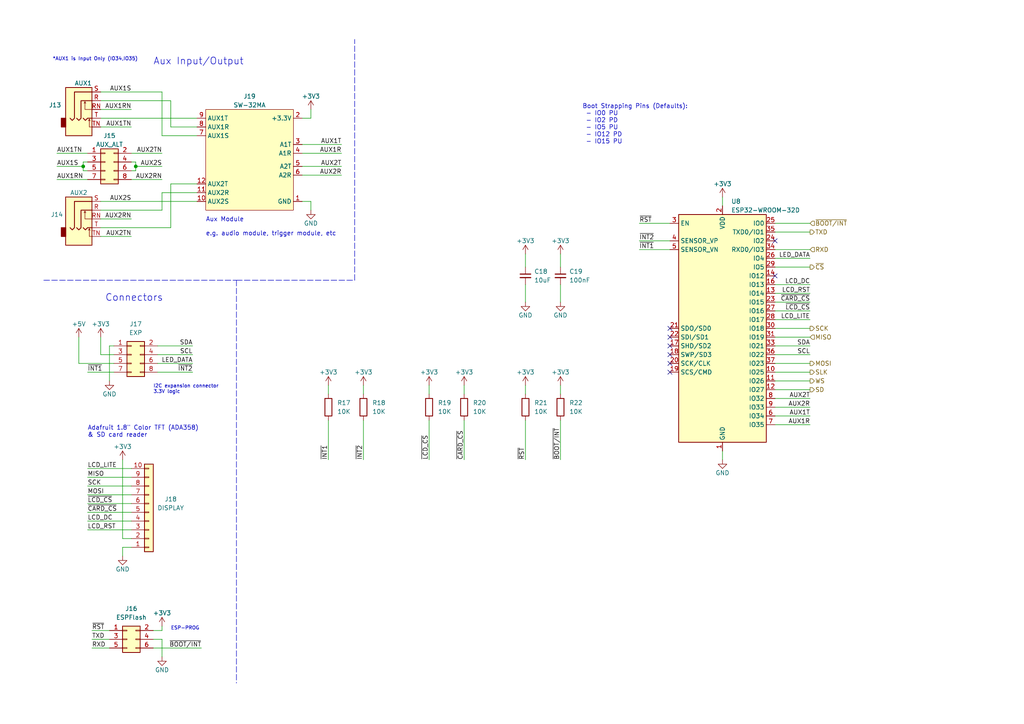
<source format=kicad_sch>
(kicad_sch (version 20211123) (generator eeschema)
  (paper "A4")
  (title_block (title "SW-324: Main Board - Comms Controller") (date "2022-06-21") (rev "2") (company "saawsm") (comment 3 "Communicates with other controller via SPI and I2S") (comment 4 "High-level controller responsible for wireless comms, display, and user controls"))
  (lib_symbols
    (symbol "Connector:AudioJack3_SwitchTR"
      (property "Reference" "J" (at 0 8.89 0))
      (property "Value" "AudioJack3_SwitchTR" (at 0 6.35 0))
      (symbol "AudioJack3_SwitchTR_0_1"
        (rectangle (start -5.08 -5.08) (end -6.35 -7.62) (stroke (width 0.254)) (fill (type outline)))
        (polyline (pts (xy 0.508 -0.254) (xy 0.762 -0.762)))
        (polyline (pts (xy 1.778 -5.334) (xy 2.032 -5.842)))
        (polyline (pts (xy 0 -5.08) (xy 0.635 -5.715) (xy 1.27 -5.08) (xy 2.54 -5.08)) (stroke (width 0.254)))
        (polyline (pts (xy 2.54 -7.62) (xy 1.778 -7.62) (xy 1.778 -5.334) (xy 1.524 -5.842)))
        (polyline (pts (xy 2.54 -2.54) (xy 0.508 -2.54) (xy 0.508 -0.254) (xy 0.254 -0.762)))
        (polyline (pts (xy -1.905 -5.08) (xy -1.27 -5.715) (xy -0.635 -5.08) (xy -0.635 0) (xy 2.54 0)) (stroke (width 0.254)))
        (polyline (pts (xy 2.54 2.54) (xy -2.54 2.54) (xy -2.54 -5.08) (xy -3.175 -5.715) (xy -3.81 -5.08)) (stroke (width 0.254)))
        (rectangle (start 2.54 3.81) (end -5.08 -10.16) (stroke (width 0.254)) (fill (type background)))
      )
      (symbol "AudioJack3_SwitchTR_1_1"
        (pin passive line (at 5.08 0 180) (length 2.54) (name "~") (number "R"))
        (pin passive line (at 5.08 -2.54 180) (length 2.54) (name "~") (number "RN"))
        (pin passive line (at 5.08 2.54 180) (length 2.54) (name "~") (number "S"))
        (pin passive line (at 5.08 -5.08 180) (length 2.54) (name "~") (number "T"))
        (pin passive line (at 5.08 -7.62 180) (length 2.54) (name "~") (number "TN"))
      )
    )
    (symbol "Connector_Generic:Conn_01x10" (pin_names (offset 1.016) hide)
      (property "Reference" "J" (at 0 12.7 0))
      (property "Value" "Conn_01x10" (at 0 -15.24 0))
      (symbol "Conn_01x10_1_1"
        (rectangle (start -1.27 -12.573) (end 0 -12.827) (stroke (width 0.1524)))
        (rectangle (start -1.27 -10.033) (end 0 -10.287) (stroke (width 0.1524)))
        (rectangle (start -1.27 -7.493) (end 0 -7.747) (stroke (width 0.1524)))
        (rectangle (start -1.27 -4.953) (end 0 -5.207) (stroke (width 0.1524)))
        (rectangle (start -1.27 -2.413) (end 0 -2.667) (stroke (width 0.1524)))
        (rectangle (start -1.27 0.127) (end 0 -0.127) (stroke (width 0.1524)))
        (rectangle (start -1.27 2.667) (end 0 2.413) (stroke (width 0.1524)))
        (rectangle (start -1.27 5.207) (end 0 4.953) (stroke (width 0.1524)))
        (rectangle (start -1.27 7.747) (end 0 7.493) (stroke (width 0.1524)))
        (rectangle (start -1.27 10.287) (end 0 10.033) (stroke (width 0.1524)))
        (rectangle (start -1.27 11.43) (end 1.27 -13.97) (stroke (width 0.254)) (fill (type background)))
        (pin passive line (at -5.08 10.16 0) (length 3.81) (name "Pin_1") (number "1"))
        (pin passive line (at -5.08 -12.7 0) (length 3.81) (name "Pin_10") (number "10"))
        (pin passive line (at -5.08 7.62 0) (length 3.81) (name "Pin_2") (number "2"))
        (pin passive line (at -5.08 5.08 0) (length 3.81) (name "Pin_3") (number "3"))
        (pin passive line (at -5.08 2.54 0) (length 3.81) (name "Pin_4") (number "4"))
        (pin passive line (at -5.08 0 0) (length 3.81) (name "Pin_5") (number "5"))
        (pin passive line (at -5.08 -2.54 0) (length 3.81) (name "Pin_6") (number "6"))
        (pin passive line (at -5.08 -5.08 0) (length 3.81) (name "Pin_7") (number "7"))
        (pin passive line (at -5.08 -7.62 0) (length 3.81) (name "Pin_8") (number "8"))
        (pin passive line (at -5.08 -10.16 0) (length 3.81) (name "Pin_9") (number "9"))
      )
    )
    (symbol "Connector_Generic:Conn_02x03_Odd_Even" (pin_names (offset 1.016) hide)
      (property "Reference" "J" (at 1.27 5.08 0))
      (property "Value" "Conn_02x03_Odd_Even" (at 1.27 -5.08 0))
      (symbol "Conn_02x03_Odd_Even_1_1"
        (rectangle (start -1.27 -2.413) (end 0 -2.667) (stroke (width 0.1524)))
        (rectangle (start -1.27 0.127) (end 0 -0.127) (stroke (width 0.1524)))
        (rectangle (start -1.27 2.667) (end 0 2.413) (stroke (width 0.1524)))
        (rectangle (start -1.27 3.81) (end 3.81 -3.81) (stroke (width 0.254)) (fill (type background)))
        (rectangle (start 3.81 -2.413) (end 2.54 -2.667) (stroke (width 0.1524)))
        (rectangle (start 3.81 0.127) (end 2.54 -0.127) (stroke (width 0.1524)))
        (rectangle (start 3.81 2.667) (end 2.54 2.413) (stroke (width 0.1524)))
        (pin passive line (at -5.08 2.54 0) (length 3.81) (name "Pin_1") (number "1"))
        (pin passive line (at 7.62 2.54 180) (length 3.81) (name "Pin_2") (number "2"))
        (pin passive line (at -5.08 0 0) (length 3.81) (name "Pin_3") (number "3"))
        (pin passive line (at 7.62 0 180) (length 3.81) (name "Pin_4") (number "4"))
        (pin passive line (at -5.08 -2.54 0) (length 3.81) (name "Pin_5") (number "5"))
        (pin passive line (at 7.62 -2.54 180) (length 3.81) (name "Pin_6") (number "6"))
      )
    )
    (symbol "Connector_Generic:Conn_02x04_Odd_Even" (pin_names (offset 1.016) hide)
      (property "Reference" "J" (at 1.27 5.08 0))
      (property "Value" "Conn_02x04_Odd_Even" (at 1.27 -7.62 0))
      (symbol "Conn_02x04_Odd_Even_1_1"
        (rectangle (start -1.27 -4.953) (end 0 -5.207) (stroke (width 0.1524)))
        (rectangle (start -1.27 -2.413) (end 0 -2.667) (stroke (width 0.1524)))
        (rectangle (start -1.27 0.127) (end 0 -0.127) (stroke (width 0.1524)))
        (rectangle (start -1.27 2.667) (end 0 2.413) (stroke (width 0.1524)))
        (rectangle (start -1.27 3.81) (end 3.81 -6.35) (stroke (width 0.254)) (fill (type background)))
        (rectangle (start 3.81 -4.953) (end 2.54 -5.207) (stroke (width 0.1524)))
        (rectangle (start 3.81 -2.413) (end 2.54 -2.667) (stroke (width 0.1524)))
        (rectangle (start 3.81 0.127) (end 2.54 -0.127) (stroke (width 0.1524)))
        (rectangle (start 3.81 2.667) (end 2.54 2.413) (stroke (width 0.1524)))
        (pin passive line (at -5.08 2.54 0) (length 3.81) (name "Pin_1") (number "1"))
        (pin passive line (at 7.62 2.54 180) (length 3.81) (name "Pin_2") (number "2"))
        (pin passive line (at -5.08 0 0) (length 3.81) (name "Pin_3") (number "3"))
        (pin passive line (at 7.62 0 180) (length 3.81) (name "Pin_4") (number "4"))
        (pin passive line (at -5.08 -2.54 0) (length 3.81) (name "Pin_5") (number "5"))
        (pin passive line (at 7.62 -2.54 180) (length 3.81) (name "Pin_6") (number "6"))
        (pin passive line (at -5.08 -5.08 0) (length 3.81) (name "Pin_7") (number "7"))
        (pin passive line (at 7.62 -5.08 180) (length 3.81) (name "Pin_8") (number "8"))
      )
    )
    (symbol "Device:C_Small" (pin_numbers hide) (pin_names (offset 0.254) hide)
      (property "Reference" "C" (at 0.254 1.778 0))
      (property "Value" "C_Small" (at 0.254 -2.032 0))
      (symbol "C_Small_0_1"
        (polyline (pts (xy -1.524 -0.508) (xy 1.524 -0.508)) (stroke (width 0.3302)))
        (polyline (pts (xy -1.524 0.508) (xy 1.524 0.508)) (stroke (width 0.3048)))
      )
      (symbol "C_Small_1_1"
        (pin passive line (at 0 2.54 270) (length 2.032) (name "~") (number "1"))
        (pin passive line (at 0 -2.54 90) (length 2.032) (name "~") (number "2"))
      )
    )
    (symbol "Device:R" (pin_numbers hide) (pin_names (offset 0))
      (property "Reference" "R" (at 2.032 0 90))
      (property "Value" "R" (at 0 0 90))
      (symbol "R_0_1"
        (rectangle (start -1.016 -2.54) (end 1.016 2.54) (stroke (width 0.254)))
      )
      (symbol "R_1_1"
        (pin passive line (at 0 3.81 270) (length 1.27) (name "~") (number "1"))
        (pin passive line (at 0 -3.81 90) (length 1.27) (name "~") (number "2"))
      )
    )
    (symbol "RF_Module:ESP32-WROOM-32D"
      (property "Reference" "U" (at -12.7 34.29 0))
      (property "Value" "ESP32-WROOM-32D" (at 1.27 34.29 0))
      (symbol "ESP32-WROOM-32D_0_1"
        (rectangle (start -12.7 33.02) (end 12.7 -33.02) (stroke (width 0.254)) (fill (type background)))
      )
      (symbol "ESP32-WROOM-32D_1_1"
        (pin power_in line (at 0 -35.56 90) (length 2.54) (name "GND") (number "1"))
        (pin bidirectional line (at 15.24 -12.7 180) (length 2.54) (name "IO25") (number "10"))
        (pin bidirectional line (at 15.24 -15.24 180) (length 2.54) (name "IO26") (number "11"))
        (pin bidirectional line (at 15.24 -17.78 180) (length 2.54) (name "IO27") (number "12"))
        (pin bidirectional line (at 15.24 10.16 180) (length 2.54) (name "IO14") (number "13"))
        (pin bidirectional line (at 15.24 15.24 180) (length 2.54) (name "IO12") (number "14"))
        (pin passive line (at 0 -35.56 90) (length 2.54) hide (name "GND") (number "15"))
        (pin bidirectional line (at 15.24 12.7 180) (length 2.54) (name "IO13") (number "16"))
        (pin bidirectional line (at -15.24 -5.08 0) (length 2.54) (name "SHD/SD2") (number "17"))
        (pin bidirectional line (at -15.24 -7.62 0) (length 2.54) (name "SWP/SD3") (number "18"))
        (pin bidirectional line (at -15.24 -12.7 0) (length 2.54) (name "SCS/CMD") (number "19"))
        (pin power_in line (at 0 35.56 270) (length 2.54) (name "VDD") (number "2"))
        (pin bidirectional line (at -15.24 -10.16 0) (length 2.54) (name "SCK/CLK") (number "20"))
        (pin bidirectional line (at -15.24 0 0) (length 2.54) (name "SDO/SD0") (number "21"))
        (pin bidirectional line (at -15.24 -2.54 0) (length 2.54) (name "SDI/SD1") (number "22"))
        (pin bidirectional line (at 15.24 7.62 180) (length 2.54) (name "IO15") (number "23"))
        (pin bidirectional line (at 15.24 25.4 180) (length 2.54) (name "IO2") (number "24"))
        (pin bidirectional line (at 15.24 30.48 180) (length 2.54) (name "IO0") (number "25"))
        (pin bidirectional line (at 15.24 20.32 180) (length 2.54) (name "IO4") (number "26"))
        (pin bidirectional line (at 15.24 5.08 180) (length 2.54) (name "IO16") (number "27"))
        (pin bidirectional line (at 15.24 2.54 180) (length 2.54) (name "IO17") (number "28"))
        (pin bidirectional line (at 15.24 17.78 180) (length 2.54) (name "IO5") (number "29"))
        (pin input line (at -15.24 30.48 0) (length 2.54) (name "EN") (number "3"))
        (pin bidirectional line (at 15.24 0 180) (length 2.54) (name "IO18") (number "30"))
        (pin bidirectional line (at 15.24 -2.54 180) (length 2.54) (name "IO19") (number "31"))
        (pin no_connect line (at -12.7 -27.94 0) (length 2.54) hide (name "NC") (number "32"))
        (pin bidirectional line (at 15.24 -5.08 180) (length 2.54) (name "IO21") (number "33"))
        (pin bidirectional line (at 15.24 22.86 180) (length 2.54) (name "RXD0/IO3") (number "34"))
        (pin bidirectional line (at 15.24 27.94 180) (length 2.54) (name "TXD0/IO1") (number "35"))
        (pin bidirectional line (at 15.24 -7.62 180) (length 2.54) (name "IO22") (number "36"))
        (pin bidirectional line (at 15.24 -10.16 180) (length 2.54) (name "IO23") (number "37"))
        (pin passive line (at 0 -35.56 90) (length 2.54) hide (name "GND") (number "38"))
        (pin passive line (at 0 -35.56 90) (length 2.54) hide (name "GND") (number "39"))
        (pin input line (at -15.24 25.4 0) (length 2.54) (name "SENSOR_VP") (number "4"))
        (pin input line (at -15.24 22.86 0) (length 2.54) (name "SENSOR_VN") (number "5"))
        (pin input line (at 15.24 -25.4 180) (length 2.54) (name "IO34") (number "6"))
        (pin input line (at 15.24 -27.94 180) (length 2.54) (name "IO35") (number "7"))
        (pin bidirectional line (at 15.24 -20.32 180) (length 2.54) (name "IO32") (number "8"))
        (pin bidirectional line (at 15.24 -22.86 180) (length 2.54) (name "IO33") (number "9"))
      )
    )
    (symbol "SaawLib:SW-32MA"
      (property "Reference" "J" (at 0 16.51 0))
      (property "Value" "SW-32MA" (at 0 -15.24 0))
      (symbol "SW-32MA_0_1"
        (rectangle (start -12.7 15.24) (end 12.7 -13.97) (fill (type background)))
      )
      (symbol "SW-32MA_1_1"
        (pin power_in line (at 15.24 -11.43 180) (length 2.54) (name "GND") (number "1"))
        (pin input line (at -15.24 -11.43 0) (length 2.54) (name "AUX2S") (number "10"))
        (pin input line (at -15.24 -8.89 0) (length 2.54) (name "AUX2R") (number "11"))
        (pin input line (at -15.24 -6.35 0) (length 2.54) (name "AUX2T") (number "12"))
        (pin power_in line (at 15.24 12.7 180) (length 2.54) (name "+3.3V") (number "2"))
        (pin bidirectional line (at 15.24 5.08 180) (length 2.54) (name "A1T") (number "3"))
        (pin bidirectional line (at 15.24 2.54 180) (length 2.54) (name "A1R") (number "4"))
        (pin bidirectional line (at 15.24 -1.27 180) (length 2.54) (name "A2T") (number "5"))
        (pin bidirectional line (at 15.24 -3.81 180) (length 2.54) (name "A2R") (number "6"))
        (pin input line (at -15.24 7.62 0) (length 2.54) (name "AUX1S") (number "7"))
        (pin input line (at -15.24 10.16 0) (length 2.54) (name "AUX1R") (number "8"))
        (pin input line (at -15.24 12.7 0) (length 2.54) (name "AUX1T") (number "9"))
      )
    )
    (symbol "power:+3.3V" (power) (pin_names (offset 0))
      (property "Value" "+3.3V" (at 0 3.556 0))
      (symbol "+3.3V_0_1"
        (polyline (pts (xy -0.762 1.27) (xy 0 2.54)))
        (polyline (pts (xy 0 0) (xy 0 2.54)))
        (polyline (pts (xy 0 2.54) (xy 0.762 1.27)))
      )
      (symbol "+3.3V_1_1"
        (pin power_in line (at 0 0 90) (length 0) hide (name "+3V3") (number "1"))
      )
    )
    (symbol "power:+5V" (power) (pin_names (offset 0))
      (property "Value" "+5V" (at 0 3.556 0))
      (symbol "+5V_0_1"
        (polyline (pts (xy -0.762 1.27) (xy 0 2.54)))
        (polyline (pts (xy 0 0) (xy 0 2.54)))
        (polyline (pts (xy 0 2.54) (xy 0.762 1.27)))
      )
      (symbol "+5V_1_1"
        (pin power_in line (at 0 0 90) (length 0) hide (name "+5V") (number "1"))
      )
    )
    (symbol "power:GND" (power) (pin_names (offset 0))
      (property "Value" "GND" (at 0 -3.81 0))
      (symbol "GND_0_1"
        (polyline (pts (xy 0 0) (xy 0 -1.27) (xy 1.27 -1.27) (xy 0 -2.54) (xy -1.27 -1.27) (xy 0 -1.27)))
      )
      (symbol "GND_1_1"
        (pin power_in line (at 0 0 270) (length 0) hide (name "GND") (number "1"))
      )
    )
  )
  (junction (at 24.13 48.26))
  (junction (at 39.37 48.26))
  (no_connect (at 194.31 107.95))
  (no_connect (at 194.31 97.79))
  (no_connect (at 194.31 95.25))
  (no_connect (at 194.31 105.41))
  (no_connect (at 194.31 102.87))
  (no_connect (at 194.31 100.33))
  (no_connect (at 224.79 69.85))
  (no_connect (at 224.79 80.01))
  (wire (pts (xy 24.13 48.26) (xy 16.51 48.26)))
  (polyline (pts (xy 102.87 81.28) (xy 102.87 11.43)))
  (wire (pts (xy 35.56 158.75) (xy 38.1 158.75)))
  (wire (pts (xy 162.56 114.3) (xy 162.56 111.76)))
  (wire (pts (xy 31.75 185.42) (xy 26.67 185.42)))
  (wire (pts (xy 87.63 44.45) (xy 99.06 44.45)))
  (wire (pts (xy 25.4 146.05) (xy 38.1 146.05)))
  (wire (pts (xy 22.86 97.79) (xy 22.86 105.41)))
  (wire (pts (xy 57.15 36.83) (xy 49.53 36.83)))
  (wire (pts (xy 46.99 55.88) (xy 57.15 55.88)))
  (wire (pts (xy 25.4 46.99) (xy 24.13 46.99)))
  (wire (pts (xy 55.88 102.87) (xy 45.72 102.87)))
  (wire (pts (xy 29.21 31.75) (xy 38.1 31.75)))
  (wire (pts (xy 87.63 41.91) (xy 99.06 41.91)))
  (wire (pts (xy 46.99 52.07) (xy 38.1 52.07)))
  (wire (pts (xy 224.79 72.39) (xy 234.95 72.39)))
  (wire (pts (xy 44.45 187.96) (xy 58.42 187.96)))
  (wire (pts (xy 234.95 90.17) (xy 224.79 90.17)))
  (wire (pts (xy 46.99 39.37) (xy 46.99 26.67)))
  (wire (pts (xy 87.63 48.26) (xy 99.06 48.26)))
  (wire (pts (xy 25.4 148.59) (xy 38.1 148.59)))
  (wire (pts (xy 29.21 102.87) (xy 33.02 102.87)))
  (wire (pts (xy 39.37 48.26) (xy 39.37 46.99)))
  (wire (pts (xy 49.53 36.83) (xy 49.53 29.21)))
  (wire (pts (xy 25.4 143.51) (xy 38.1 143.51)))
  (wire (pts (xy 39.37 49.53) (xy 38.1 49.53)))
  (wire (pts (xy 49.53 29.21) (xy 29.21 29.21)))
  (wire (pts (xy 25.4 52.07) (xy 16.51 52.07)))
  (wire (pts (xy 90.17 58.42) (xy 87.63 58.42)))
  (wire (pts (xy 194.31 72.39) (xy 185.42 72.39)))
  (wire (pts (xy 46.99 44.45) (xy 38.1 44.45)))
  (wire (pts (xy 39.37 46.99) (xy 38.1 46.99)))
  (wire (pts (xy 134.62 121.92) (xy 134.62 133.35)))
  (wire (pts (xy 90.17 60.96) (xy 90.17 58.42)))
  (wire (pts (xy 24.13 48.26) (xy 24.13 49.53)))
  (polyline (pts (xy 68.58 81.28) (xy 102.87 81.28)))
  (wire (pts (xy 31.75 187.96) (xy 26.67 187.96)))
  (wire (pts (xy 234.95 74.93) (xy 224.79 74.93)))
  (wire (pts (xy 224.79 113.03) (xy 234.95 113.03)))
  (wire (pts (xy 29.21 63.5) (xy 38.1 63.5)))
  (wire (pts (xy 152.4 82.55) (xy 152.4 87.63)))
  (wire (pts (xy 162.56 82.55) (xy 162.56 87.63)))
  (wire (pts (xy 209.55 59.69) (xy 209.55 57.15)))
  (wire (pts (xy 55.88 105.41) (xy 45.72 105.41)))
  (wire (pts (xy 57.15 39.37) (xy 46.99 39.37)))
  (wire (pts (xy 35.56 133.35) (xy 35.56 156.21)))
  (wire (pts (xy 224.79 120.65) (xy 234.95 120.65)))
  (wire (pts (xy 35.56 161.29) (xy 35.56 158.75)))
  (wire (pts (xy 29.21 26.67) (xy 46.99 26.67)))
  (wire (pts (xy 90.17 34.29) (xy 90.17 31.75)))
  (wire (pts (xy 25.4 151.13) (xy 38.1 151.13)))
  (wire (pts (xy 224.79 105.41) (xy 234.95 105.41)))
  (wire (pts (xy 25.4 138.43) (xy 38.1 138.43)))
  (wire (pts (xy 224.79 115.57) (xy 234.95 115.57)))
  (wire (pts (xy 35.56 156.21) (xy 38.1 156.21)))
  (wire (pts (xy 29.21 58.42) (xy 57.15 58.42)))
  (wire (pts (xy 25.4 153.67) (xy 38.1 153.67)))
  (wire (pts (xy 46.99 60.96) (xy 29.21 60.96)))
  (wire (pts (xy 87.63 34.29) (xy 90.17 34.29)))
  (wire (pts (xy 46.99 182.88) (xy 44.45 182.88)))
  (wire (pts (xy 87.63 50.8) (xy 99.06 50.8)))
  (wire (pts (xy 224.79 110.49) (xy 234.95 110.49)))
  (wire (pts (xy 224.79 67.31) (xy 234.95 67.31)))
  (wire (pts (xy 49.53 53.34) (xy 57.15 53.34)))
  (wire (pts (xy 46.99 185.42) (xy 46.99 190.5)))
  (wire (pts (xy 224.79 64.77) (xy 234.95 64.77)))
  (wire (pts (xy 234.95 82.55) (xy 224.79 82.55)))
  (wire (pts (xy 29.21 36.83) (xy 38.1 36.83)))
  (wire (pts (xy 162.56 73.66) (xy 162.56 77.47)))
  (wire (pts (xy 162.56 121.92) (xy 162.56 133.35)))
  (wire (pts (xy 234.95 92.71) (xy 224.79 92.71)))
  (wire (pts (xy 29.21 34.29) (xy 57.15 34.29)))
  (wire (pts (xy 46.99 48.26) (xy 39.37 48.26)))
  (wire (pts (xy 194.31 69.85) (xy 185.42 69.85)))
  (wire (pts (xy 95.25 121.92) (xy 95.25 133.35)))
  (wire (pts (xy 224.79 123.19) (xy 234.95 123.19)))
  (wire (pts (xy 31.75 100.33) (xy 31.75 110.49)))
  (wire (pts (xy 49.53 66.04) (xy 29.21 66.04)))
  (polyline (pts (xy 68.58 81.28) (xy 68.58 198.12)))
  (wire (pts (xy 31.75 100.33) (xy 33.02 100.33)))
  (wire (pts (xy 25.4 49.53) (xy 24.13 49.53)))
  (wire (pts (xy 152.4 121.92) (xy 152.4 133.35)))
  (wire (pts (xy 224.79 95.25) (xy 234.95 95.25)))
  (wire (pts (xy 152.4 73.66) (xy 152.4 77.47)))
  (wire (pts (xy 39.37 48.26) (xy 39.37 49.53)))
  (wire (pts (xy 105.41 121.92) (xy 105.41 133.35)))
  (wire (pts (xy 134.62 114.3) (xy 134.62 111.76)))
  (wire (pts (xy 234.95 100.33) (xy 224.79 100.33)))
  (wire (pts (xy 46.99 181.61) (xy 46.99 182.88)))
  (wire (pts (xy 224.79 97.79) (xy 234.95 97.79)))
  (wire (pts (xy 25.4 107.95) (xy 33.02 107.95)))
  (wire (pts (xy 224.79 87.63) (xy 234.95 87.63)))
  (wire (pts (xy 49.53 53.34) (xy 49.53 66.04)))
  (wire (pts (xy 194.31 64.77) (xy 185.42 64.77)))
  (wire (pts (xy 25.4 135.89) (xy 38.1 135.89)))
  (wire (pts (xy 46.99 55.88) (xy 46.99 60.96)))
  (wire (pts (xy 124.46 114.3) (xy 124.46 111.76)))
  (wire (pts (xy 152.4 114.3) (xy 152.4 111.76)))
  (wire (pts (xy 29.21 102.87) (xy 29.21 97.79)))
  (wire (pts (xy 224.79 118.11) (xy 234.95 118.11)))
  (wire (pts (xy 55.88 107.95) (xy 45.72 107.95)))
  (wire (pts (xy 224.79 77.47) (xy 234.95 77.47)))
  (wire (pts (xy 24.13 48.26) (xy 24.13 46.99)))
  (wire (pts (xy 29.21 68.58) (xy 38.1 68.58)))
  (wire (pts (xy 22.86 105.41) (xy 33.02 105.41)))
  (wire (pts (xy 234.95 107.95) (xy 224.79 107.95)))
  (wire (pts (xy 209.55 130.81) (xy 209.55 133.35)))
  (wire (pts (xy 124.46 121.92) (xy 124.46 133.35)))
  (polyline (pts (xy 12.7 81.28) (xy 68.58 81.28)))
  (wire (pts (xy 95.25 114.3) (xy 95.25 111.76)))
  (wire (pts (xy 234.95 102.87) (xy 224.79 102.87)))
  (wire (pts (xy 25.4 140.97) (xy 38.1 140.97)))
  (wire (pts (xy 105.41 114.3) (xy 105.41 111.76)))
  (wire (pts (xy 31.75 182.88) (xy 26.67 182.88)))
  (wire (pts (xy 25.4 44.45) (xy 16.51 44.45)))
  (wire (pts (xy 44.45 185.42) (xy 46.99 185.42)))
  (wire (pts (xy 234.95 85.09) (xy 224.79 85.09)))
  (wire (pts (xy 55.88 100.33) (xy 45.72 100.33)))
  (text "I2C expansion connector\n3.3V logic\n" (at 44.45 114.3 0) (effects (font (size 1 1)) (justify left bottom)))
  (text "Adafruit 1.8\" Color TFT (ADA358) \n& SD card reader" (at 25.4 127 0) (effects (font (size 1.27 1.27)) (justify left bottom)))
  (text "ESP-PROG" (at 49.53 182.88 0) (effects (font (size 1 1)) (justify left bottom)))
  (text "Aux Module\n\ne.g. audio module, trigger module, etc" (at 59.69 68.58 0) (effects (font (size 1.27 1.27)) (justify left bottom)))
  (text "*AUX1 is Input Only (IO34,IO35)" (at 15.24 17.78 0) (effects (font (size 1 1)) (justify left bottom)))
  (text "Aux Input/Output" (at 44.45 19.05 0) (effects (font (size 2 2)) (justify left bottom)))
  (text "Connectors" (at 30.48 87.63 0) (effects (font (size 2 2)) (justify left bottom)))
  (text "Boot Strapping Pins (Defaults):\n - IO0 PU\n - IO2 PD\n - IO5 PU\n - IO12 PD\n - IO15 PU\n" (at 168.91 41.91 0) (effects (font (size 1.27 1.27)) (justify left bottom)))
  (label "~{INT2}" (at 105.41 133.35 90))
  (label "AUX1R" (at 99.06 44.45 180))
  (label "~{INT1}" (at 185.42 72.39 0))
  (label "LCD_LITE" (at 234.95 92.71 180))
  (label "~{LCD_CS}" (at 234.95 90.17 180))
  (label "AUX1T" (at 234.95 120.65 180))
  (label "AUX2R" (at 99.06 50.8 180))
  (label "MOSI" (at 25.4 143.51 0))
  (label "AUX2TN" (at 38.1 68.58 180))
  (label "AUX1R" (at 234.95 123.19 180))
  (label "LCD_RST" (at 234.95 85.09 180))
  (label "SCL" (at 234.95 102.87 180))
  (label "AUX1T" (at 99.06 41.91 180))
  (label "~{INT1}" (at 25.4 107.95 0))
  (label "~{RST}" (at 152.4 133.35 90))
  (label "SDA" (at 234.95 100.33 180))
  (label "~{CARD_CS}" (at 134.62 133.35 90))
  (label "LCD_RST" (at 25.4 153.67 0))
  (label "AUX2T" (at 99.06 48.26 180))
  (label "AUX1S" (at 16.51 48.26 0))
  (label "~{CARD_CS}" (at 25.4 148.59 0))
  (label "~{BOOT{slash}INT}" (at 162.56 133.35 90))
  (label "AUX1TN" (at 16.51 44.45 0))
  (label "~{LCD_CS}" (at 124.46 133.35 90))
  (label "~{CARD_CS}" (at 234.95 87.63 180))
  (label "AUX1RN" (at 38.1 31.75 180))
  (label "AUX1TN" (at 38.1 36.83 180))
  (label "AUX2R" (at 234.95 118.11 180))
  (label "SCL" (at 55.88 102.87 180))
  (label "~{INT2}" (at 55.88 107.95 180))
  (label "AUX2S" (at 38.1 58.42 180))
  (label "LED_DATA" (at 55.88 105.41 180))
  (label "LCD_DC" (at 25.4 151.13 0))
  (label "RXD" (at 26.67 187.96 0))
  (label "~{INT2}" (at 185.42 69.85 0))
  (label "~{INT1}" (at 95.25 133.35 90))
  (label "AUX2TN" (at 46.99 44.45 180))
  (label "~{LCD_CS}" (at 25.4 146.05 0))
  (label "~{BOOT{slash}INT}" (at 58.42 187.96 180))
  (label "~{RST}" (at 185.42 64.77 0))
  (label "LCD_DC" (at 234.95 82.55 180))
  (label "SDA" (at 55.88 100.33 180))
  (label "LED_DATA" (at 234.95 74.93 180))
  (label "LCD_LITE" (at 25.4 135.89 0))
  (label "AUX2S" (at 46.99 48.26 180))
  (label "AUX1RN" (at 16.51 52.07 0))
  (label "AUX2RN" (at 38.1 63.5 180))
  (label "AUX2T" (at 234.95 115.57 180))
  (label "~{RST}" (at 26.67 182.88 0))
  (label "AUX1S" (at 38.1 26.67 180))
  (label "SCK" (at 25.4 140.97 0))
  (label "MISO" (at 25.4 138.43 0))
  (label "AUX2RN" (at 46.99 52.07 180))
  (label "TXD" (at 26.67 185.42 0))
  (hierarchical_label "~{CS}" (shape output) (at 234.95 77.47 0))
  (hierarchical_label "SCK" (shape output) (at 234.95 95.25 0))
  (hierarchical_label "WS" (shape output) (at 234.95 110.49 0))
  (hierarchical_label "MISO" (shape input) (at 234.95 97.79 0))
  (hierarchical_label "RXD" (shape input) (at 234.95 72.39 0))
  (hierarchical_label "~{BOOT{slash}INT}" (shape input) (at 234.95 64.77 0))
  (hierarchical_label "SLK" (shape output) (at 234.95 107.95 0))
  (hierarchical_label "MOSI" (shape output) (at 234.95 105.41 0))
  (hierarchical_label "SD" (shape output) (at 234.95 113.03 0))
  (hierarchical_label "TXD" (shape output) (at 234.95 67.31 0))
  (symbol (lib_id "Connector_Generic:Conn_02x03_Odd_Even") (at 36.83 185.42 0) (unit 1)
    (property "Reference" "J16" (at 38.1 176.53 0))
    (property "Value" "ESPFlash" (at 38.1 179.07 0))
    (property "Footprint" "Connector_IDC:IDC-Header_2x03_P2.54mm_Vertical" (effects hide))
  )
  (symbol (lib_id "power:+3.3V") (at 162.56 73.66 0) (unit 1)
    (property "Reference" "#PWR091" (effects hide))
    (property "Value" "+3.3V" (at 162.56 69.85 0))
  )
  (symbol (lib_id "power:+3.3V") (at 134.62 111.76 0) (unit 1)
    (property "Reference" "#PWR087" (effects hide))
    (property "Value" "+3.3V" (at 134.62 107.95 0))
  )
  (symbol (lib_id "SaawLib:SW-32MA") (at 72.39 46.99 0) (unit 1) (in_bom no)
    (property "Reference" "J19" (at 72.39 27.94 0))
    (property "Value" "SW-32MA" (at 72.39 30.48 0))
    (property "Footprint" "SaawLib:SW-32MA_Socket" (effects hide))
  )
  (symbol (lib_id "Device:R") (at 162.56 118.11 0) (unit 1)
    (property "Reference" "R22" (at 165.1 116.84 0) (effects (justify left)))
    (property "Value" "10K" (at 165.1 119.38 0) (effects (justify left)))
    (property "Footprint" "Resistor_SMD:R_0603_1608Metric" (effects hide))
    (property "MOUSER" "603-RC0603FR-0710KL" (effects hide))
    (property "MPN" "RC0603FR-0710KL" (effects hide))
    (property "LCSC" "C98220" (effects hide))
  )
  (symbol (lib_id "Device:R") (at 134.62 118.11 0) (unit 1)
    (property "Reference" "R20" (at 137.16 116.84 0) (effects (justify left)))
    (property "Value" "10K" (at 137.16 119.38 0) (effects (justify left)))
    (property "Footprint" "Resistor_SMD:R_0603_1608Metric" (effects hide))
    (property "MOUSER" "603-RC0603FR-0710KL" (effects hide))
    (property "MPN" "RC0603FR-0710KL" (effects hide))
    (property "LCSC" "C98220" (effects hide))
  )
  (symbol (lib_id "Device:R") (at 124.46 118.11 0) (unit 1)
    (property "Reference" "R19" (at 127 116.84 0) (effects (justify left)))
    (property "Value" "10K" (at 127 119.38 0) (effects (justify left)))
    (property "Footprint" "Resistor_SMD:R_0603_1608Metric" (effects hide))
    (property "MOUSER" "603-RC0603FR-0710KL" (effects hide))
    (property "MPN" "RC0603FR-0710KL" (effects hide))
    (property "LCSC" "C98220" (effects hide))
  )
  (symbol (lib_id "power:+3.3V") (at 46.99 181.61 0) (unit 1)
    (property "Reference" "#PWR080" (effects hide))
    (property "Value" "+3.3V" (at 46.99 177.8 0))
  )
  (symbol (lib_id "power:GND") (at 209.55 133.35 0) (unit 1)
    (property "Reference" "#PWR095" (effects hide))
    (property "Value" "GND" (at 209.55 137.16 0))
  )
  (symbol (lib_id "Connector_Generic:Conn_02x04_Odd_Even") (at 38.1 102.87 0) (unit 1)
    (property "Reference" "J17" (at 39.37 93.98 0))
    (property "Value" "EXP" (at 39.37 96.52 0))
    (property "Footprint" "Connector_IDC:IDC-Header_2x04_P2.54mm_Vertical" (effects hide))
  )
  (symbol (lib_id "power:+3.3V") (at 29.21 97.79 0) (unit 1)
    (property "Reference" "#PWR076" (effects hide))
    (property "Value" "+3.3V" (at 29.21 93.98 0))
  )
  (symbol (lib_id "power:GND") (at 46.99 190.5 0) (unit 1)
    (property "Reference" "#PWR081" (effects hide))
    (property "Value" "GND" (at 46.99 194.31 0))
  )
  (symbol (lib_id "Device:C_Small") (at 162.56 80.01 0) (unit 1)
    (property "Reference" "C19" (at 165.1 78.74 0) (effects (justify left)))
    (property "Value" "100nF" (at 165.1 81.28 0) (effects (justify left)))
    (property "Footprint" "Capacitor_SMD:C_0603_1608Metric" (effects hide))
    (property "MOUSER" "187-CL10B104KB8NNNC" (effects hide))
    (property "MPN" "CL10B104KB8NNNC" (effects hide))
    (property "LCSC" "C1591" (effects hide))
  )
  (symbol (lib_id "power:+3.3V") (at 124.46 111.76 0) (unit 1)
    (property "Reference" "#PWR086" (effects hide))
    (property "Value" "+3.3V" (at 124.46 107.95 0))
  )
  (symbol (lib_id "power:GND") (at 90.17 60.96 0) (unit 1)
    (property "Reference" "#PWR083" (effects hide))
    (property "Value" "GND" (at 90.17 64.77 0))
  )
  (symbol (lib_id "power:+3.3V") (at 90.17 31.75 0) (unit 1)
    (property "Reference" "#PWR082" (effects hide))
    (property "Value" "+3.3V" (at 90.17 27.94 0))
  )
  (symbol (lib_id "power:+3.3V") (at 209.55 57.15 0) (unit 1)
    (property "Reference" "#PWR094" (effects hide))
    (property "Value" "+3.3V" (at 209.55 53.34 0))
  )
  (symbol (lib_id "Connector_Generic:Conn_01x10") (at 43.18 148.59 0) (mirror x) (unit 1)
    (property "Reference" "J18" (at 49.53 144.78 0))
    (property "Value" "DISPLAY" (at 49.53 147.32 0))
    (property "Footprint" "Connector_PinHeader_2.54mm:PinHeader_1x10_P2.54mm_Vertical" (effects hide))
  )
  (symbol (lib_id "power:GND") (at 31.75 110.49 0) (unit 1)
    (property "Reference" "#PWR077" (effects hide))
    (property "Value" "GND" (at 31.75 114.3 0))
  )
  (symbol (lib_id "RF_Module:ESP32-WROOM-32D") (at 209.55 95.25 0) (unit 1)
    (property "Reference" "U8" (at 212.09 58.42 0) (effects (justify left)))
    (property "Value" "ESP32-WROOM-32D" (at 212.09 60.96 0) (effects (justify left)))
    (property "Footprint" "RF_Module:ESP32-WROOM-32" (effects hide))
    (property "Datasheet" "https://www.espressif.com/sites/default/files/documentation/esp32-wroom-32d_esp32-wroom-32u_datasheet_en.pdf" (effects hide))
    (property "MPN" "ESP32-WROOM-32D" (effects hide))
  )
  (symbol (lib_id "power:GND") (at 152.4 87.63 0) (unit 1)
    (property "Reference" "#PWR089" (effects hide))
    (property "Value" "GND" (at 152.4 91.44 0))
  )
  (symbol (lib_id "Device:C_Small") (at 152.4 80.01 0) (unit 1)
    (property "Reference" "C18" (at 154.94 78.74 0) (effects (justify left)))
    (property "Value" "10uF" (at 154.94 81.28 0) (effects (justify left)))
    (property "Footprint" "Capacitor_SMD:C_0603_1608Metric" (effects hide))
    (property "MOUSER" "187-CL10A106MA8NRNC" (effects hide))
    (property "MPN" "CL10A106MA8NRNC" (effects hide))
    (property "LCSC" "C2922482" (effects hide))
  )
  (symbol (lib_id "Device:R") (at 95.25 118.11 0) (unit 1)
    (property "Reference" "R17" (at 97.79 116.84 0) (effects (justify left)))
    (property "Value" "10K" (at 97.79 119.38 0) (effects (justify left)))
    (property "Footprint" "Resistor_SMD:R_0603_1608Metric" (effects hide))
    (property "MOUSER" "603-RC0603FR-0710KL" (effects hide))
    (property "MPN" "RC0603FR-0710KL" (effects hide))
    (property "LCSC" "C98220" (effects hide))
  )
  (symbol (lib_id "power:GND") (at 35.56 161.29 0) (unit 1)
    (property "Reference" "#PWR079" (effects hide))
    (property "Value" "GND" (at 35.56 165.1 0))
  )
  (symbol (lib_id "Device:R") (at 152.4 118.11 0) (unit 1)
    (property "Reference" "R21" (at 154.94 116.84 0) (effects (justify left)))
    (property "Value" "10K" (at 154.94 119.38 0) (effects (justify left)))
    (property "Footprint" "Resistor_SMD:R_0603_1608Metric" (effects hide))
    (property "MOUSER" "603-RC0603FR-0710KL" (effects hide))
    (property "MPN" "RC0603FR-0710KL" (effects hide))
    (property "LCSC" "C98220" (effects hide))
  )
  (symbol (lib_id "power:+3.3V") (at 162.56 111.76 0) (unit 1)
    (property "Reference" "#PWR093" (effects hide))
    (property "Value" "+3.3V" (at 162.56 107.95 0))
  )
  (symbol (lib_id "power:+3.3V") (at 152.4 73.66 0) (unit 1)
    (property "Reference" "#PWR088" (effects hide))
    (property "Value" "+3.3V" (at 152.4 69.85 0))
  )
  (symbol (lib_id "power:+5V") (at 22.86 97.79 0) (unit 1)
    (property "Reference" "#PWR075" (effects hide))
    (property "Value" "+5V" (at 22.86 93.98 0))
  )
  (symbol (lib_id "Connector_Generic:Conn_02x04_Odd_Even") (at 30.48 46.99 0) (unit 1) (in_bom no)
    (property "Reference" "J15" (at 31.75 39.37 0))
    (property "Value" "AUX_ALT" (at 31.75 41.91 0))
    (property "Footprint" "Connector_PinHeader_2.54mm:PinHeader_2x04_P2.54mm_Vertical" (effects hide))
  )
  (symbol (lib_id "Device:R") (at 105.41 118.11 0) (unit 1)
    (property "Reference" "R18" (at 107.95 116.84 0) (effects (justify left)))
    (property "Value" "10K" (at 107.95 119.38 0) (effects (justify left)))
    (property "Footprint" "Resistor_SMD:R_0603_1608Metric" (effects hide))
    (property "MOUSER" "603-RC0603FR-0710KL" (effects hide))
    (property "MPN" "RC0603FR-0710KL" (effects hide))
    (property "LCSC" "C98220" (effects hide))
  )
  (symbol (lib_id "power:+3.3V") (at 152.4 111.76 0) (unit 1)
    (property "Reference" "#PWR090" (effects hide))
    (property "Value" "+3.3V" (at 152.4 107.95 0))
  )
  (symbol (lib_id "power:GND") (at 162.56 87.63 0) (unit 1)
    (property "Reference" "#PWR092" (effects hide))
    (property "Value" "GND" (at 162.56 91.44 0))
  )
  (symbol (lib_id "Connector:AudioJack3_SwitchTR") (at 24.13 60.96 0) (unit 1)
    (property "Reference" "J14" (at 16.51 62.23 0))
    (property "Value" "AUX2" (at 22.86 55.88 0))
    (property "Footprint" "SaawLib:STX-3100-5N" (effects hide))
    (property "MOUSER" "806-STX-3100-5N" (effects hide))
    (property "MPN" "STX-3100-5N" (effects hide))
  )
  (symbol (lib_id "Connector:AudioJack3_SwitchTR") (at 24.13 29.21 0) (unit 1)
    (property "Reference" "J13" (at 17.78 30.48 0) (effects (justify right)))
    (property "Value" "AUX1" (at 26.67 24.13 0) (effects (justify right)))
    (property "Footprint" "SaawLib:STX-3100-5N" (effects hide))
    (property "MOUSER" "806-STX-3100-5N" (effects hide))
    (property "MPN" "STX-3100-5N" (effects hide))
  )
  (symbol (lib_id "power:+3.3V") (at 105.41 111.76 0) (unit 1)
    (property "Reference" "#PWR085" (effects hide))
    (property "Value" "+3.3V" (at 105.41 107.95 0))
  )
  (symbol (lib_id "power:+3.3V") (at 95.25 111.76 0) (unit 1)
    (property "Reference" "#PWR084" (effects hide))
    (property "Value" "+3.3V" (at 95.25 107.95 0))
  )
  (symbol (lib_id "power:+3.3V") (at 35.56 133.35 0) (unit 1)
    (property "Reference" "#PWR078" (effects hide))
    (property "Value" "+3.3V" (at 35.56 129.54 0))
  )
)
</source>
